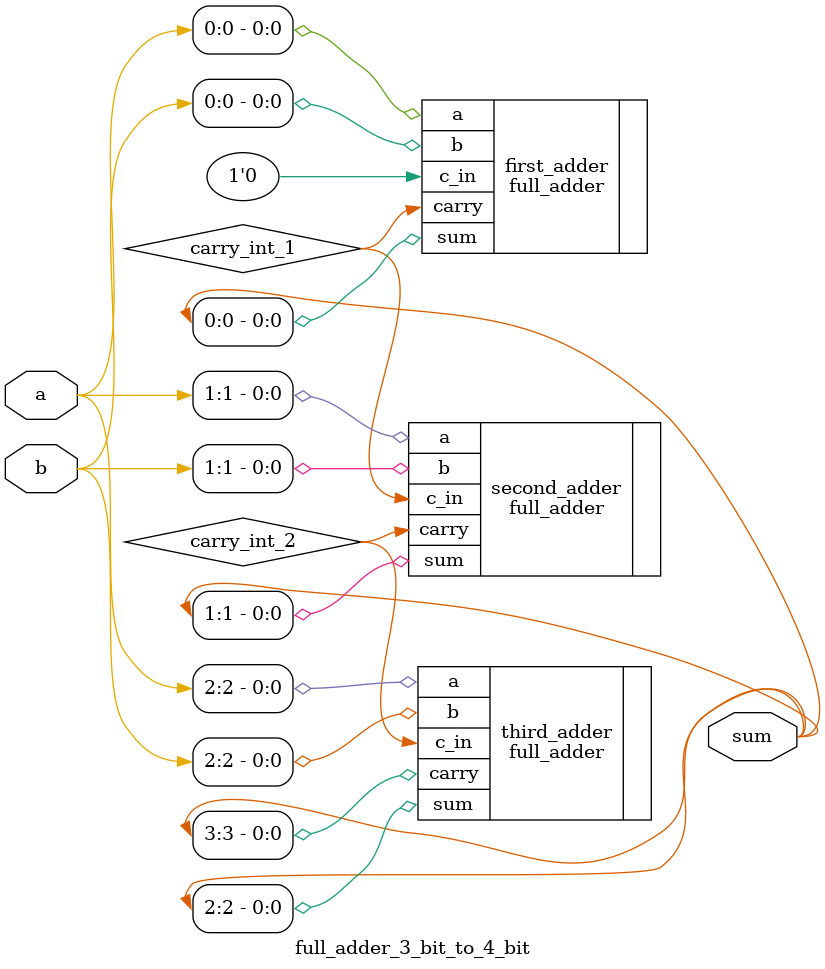
<source format=sv>

/*
* This Source Code Form is subject to the terms of the Mozilla Public
* License, v. 2.0. If a copy of the MPL was not distributed with this
* file, You can obtain one at https: //mozilla.org/MPL/2.0/.
*/
`default_nettype none

module full_adder_3_bit_to_4_bit(
    input  wire [2:0] a,
    input  wire [2:0] b,
    output wire [3:0] sum
);

logic carry_int_1;
logic carry_int_2;

full_adder first_adder(
    .a(a[0]),
    .b(b[0]),
    .c_in(1'b0),
    .sum(sum[0]),
    .carry(carry_int_1)
);
full_adder second_adder(
    .a(a[1]),
    .b(b[1]),
    .c_in(carry_int_1),
    .sum(sum[1]),
    .carry(carry_int_2)
);
full_adder third_adder(
    .a(a[2]),
    .b(b[2]),
    .c_in(carry_int_2),
    .sum(sum[2]),
    .carry(sum[3])
);

endmodule

`default_nettype wire

</source>
